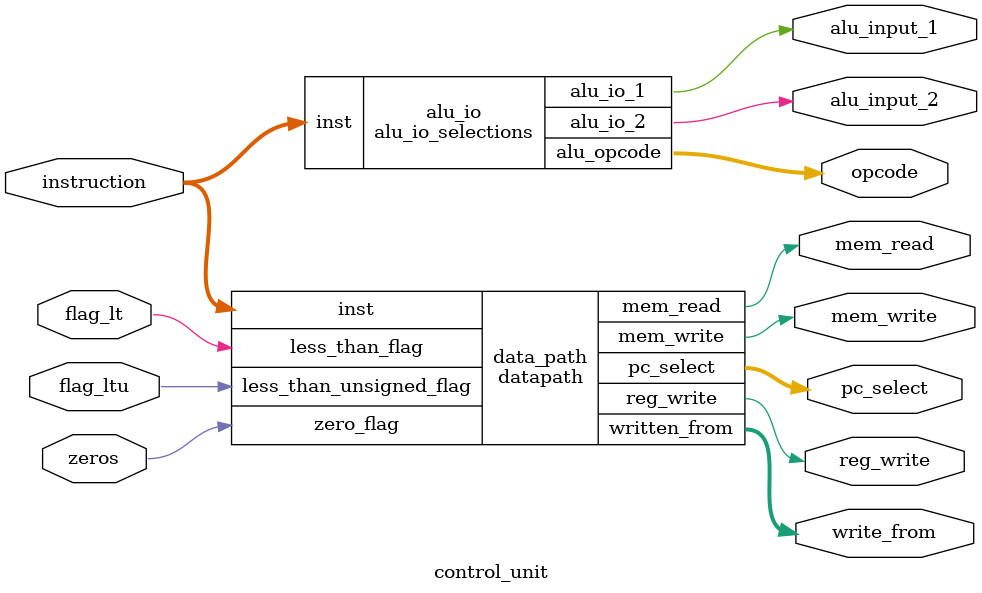
<source format=sv>
`timescale 1ns / 1ps
typedef enum logic [4:0] {
  ADD,  SUB,  AND,  OR,  XOR,
  SLL,  SRL,  SRA,  SLT,  SLTU,
  EQ,  NE,  LT,  GE,  LTU,  GEU
} operator_t;

/***
					Instruction type
	7'b0110011 => 	Register type
	7'b0010011 => 	Immediate type
	7'b0000011 => 	Load type
	7'b0100011 => 	Store type
	7'b1100011 => 	Branch type
	7'b1101111 => 	Jump type JAL
	7'b1100111 => 	JUmp type JALR

**/

module alu_io_selections (
    input  logic      [31:0] inst,
    output operator_t        alu_opcode,
    output logic             alu_io_1,
    output logic             alu_io_2
);

  /**
  alu_IO_1 => 1'b1-> reg & 1'b0-> PC
  alu_IO_2 => 1'b1-> reg & 1'b0-> immediate
  **/

  always_comb begin

    alu_opcode = ADD;
    alu_io_1   = 1'b0;
    alu_io_2   = 1'b0;

    case (inst[6:0])
      7'b0110011: begin
        alu_io_1 = 1'b1;
        alu_io_2 = 1'b1;
        case (inst[14:12])
          3'b000: alu_opcode = (inst[31:25] == 7'b0000000) ? ADD : SUB;
          3'b001: alu_opcode = (inst[31:25] == 7'b0000000) ? SLL : ADD;
          3'b010: alu_opcode = (inst[31:25] == 7'b0000000) ? SLT : ADD;
          3'b011: alu_opcode = (inst[31:25] == 7'b0000000) ? SLTU : ADD;
          3'b100: alu_opcode = (inst[31:25] == 7'b0000000) ? XOR : ADD;
          3'b101: alu_opcode = (inst[31:25] == 7'b0000000) ? SRL : SRA;
          3'b110: alu_opcode = (inst[31:25] == 7'b0000000) ? OR : ADD;
          3'b111: alu_opcode = (inst[31:25] == 7'b0000000) ? AND : ADD;
        endcase

      end

      7'b0010011: begin
        alu_opcode = ADD;
		alu_io_1 = 1'b1;
		alu_io_2 = 1'b0;

      end

      7'b0000011: begin
        alu_opcode = ADD;
        alu_io_1   = 1'b1;
        alu_io_2   = 1'b0;
      end

      7'b0100011: begin
        alu_opcode = ADD;
		alu_io_1 = 1'b1;
		alu_io_2 = 1'b0;

      end

      7'b1100011: begin
        alu_io_1 = 1'b1;
        alu_io_2 = 1'b1;
        case (inst[14:12])
          3'b000: alu_opcode = EQ;

          3'b001: alu_opcode = NE;

          3'b100: alu_opcode = LT;

          3'b101: alu_opcode = GE;

          3'b110: alu_opcode = LTU;

          3'b111: alu_opcode = GEU;

          default: alu_opcode = ADD;
        endcase
      end

      7'b1101111: begin
        alu_io_1   = 1'b0;
        alu_io_2   = 1'b0;
        alu_opcode = ADD;
      end

      7'b1100111: begin
        alu_opcode = ADD;
        alu_io_1   = 1'b1;
        alu_io_2   = 1'b0;
      end

      default: begin
        alu_opcode = ADD;
        alu_io_1   = 1'b0;
        alu_io_2   = 1'b0;
      end
    endcase

  end
endmodule

module datapath (
    input  logic [31:0] inst,
    input  logic        zero_flag,
    input  logic        less_than_unsigned_flag,
    input  logic        less_than_flag,
    output logic        mem_read,
    output logic        mem_write,
    output logic        reg_write,
    output logic [ 1:0] pc_select,
    output logic [ 1:0] written_from
);

  /**
	2'b00 -> pc increment & 2'b01 -> pc=pc+offset |2'b10 -> pc rs1+offset
	// 2'b00-> alu | 2'b01->Mem |2'b10->PC
**/
  always_comb begin

    mem_read     = 1'b0;
    mem_write    = 1'b0;
    reg_write    = 1'b0;
    pc_select    = 2'b00;
    written_from = 2'b00;

    case (inst[6:0])
      7'b0110011: begin
        reg_write = 1'b1;
      end

      7'b0010011: begin
        reg_write = 1'b1;
      end

      7'b0000011: begin
        mem_read = 1'b1;
        reg_write = 1'b1;
        written_from = 2'b01;
      end

      7'b0100011: begin
        mem_write = 1'b1;
      end

      7'b1100011: begin
        case (inst[14:12])
          3'b000:  pc_select = zero_flag ? 2'b00 : 2'b01;
          3'b001:  pc_select = !zero_flag ? 2'b00 : 2'b01;
          3'b100:  pc_select = less_than_flag ? 2'b00 : 2'b01;
          3'b101:  pc_select = !less_than_flag ? 2'b00 : 2'b01;
          3'b110:  pc_select = less_than_unsigned_flag ? 2'b00 : 2'b01;
          3'b111:  pc_select = !less_than_unsigned_flag ? 2'b00 : 2'b01;
          default: pc_select = 2'b00;
        endcase
      end

      7'b1101111: begin
        mem_read = 1'b0;
        mem_write = 1'b0;
        reg_write = 1'b1;
        pc_select = 2'b00;
        written_from = 2'b10;
      end

      7'b1100111: begin
        mem_read = 1'b0;
        mem_write = 1'b0;
        reg_write = 1'b1;
        pc_select = 2'b10;
        written_from = 2'b10;
      end

      default: begin
        mem_read     = 1'b0;
        mem_write    = 1'b0;
        reg_write    = 1'b0;
        pc_select    = 2'b00;
        written_from = 2'b00;
      end
    endcase
  end
endmodule

module control_unit (
    input logic [31:0] instruction,
    input logic zeros,
    input logic flag_ltu,
    input logic flag_lt,
    output operator_t opcode,
    output logic alu_input_1,  // 1'b1-> reg & 1'b0-> PC
    output logic alu_input_2,  // 1'b1-> reg & 1'b0-> immediate
    output logic reg_write,
    output logic mem_read,
    output logic mem_write,
    output logic  [1:0] pc_select, // 2'b00 -> pc increment & 2'b01 -> pc=pc+offset |2'b10 -> pc rs1+offset
    output logic [1:0] write_from  // 2'b00-> alu | 2'b01->Mem |2'b10->PC
);

  /**
		With the help of first 6 bits of instruction should be able to tell the type of instruction.
		The upcoming the func3 12-14 and func7 25-31 tells about the operation that should be performed by ALU .
	**/
  alu_io_selections alu_io (
      .inst(instruction), .alu_opcode(opcode), .alu_io_1(alu_input_1), .alu_io_2(alu_input_2)
  ); 
  datapath data_path (
      .inst(instruction),
      .zero_flag(zeros),
      .less_than_unsigned_flag(flag_ltu),
      .less_than_flag(flag_lt),
      .mem_read(mem_read),
      .mem_write(mem_write),
      .reg_write(reg_write),
      .pc_select(pc_select),
      .written_from(write_from)
  );

endmodule

</source>
